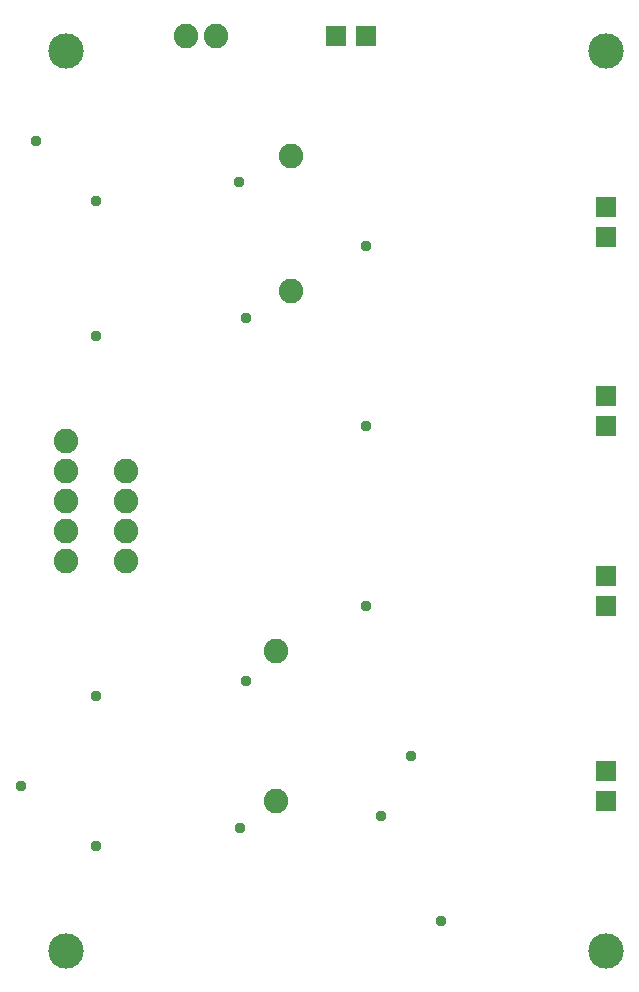
<source format=gbr>
G04 EAGLE Gerber RS-274X export*
G75*
%MOMM*%
%FSLAX34Y34*%
%LPD*%
%INSoldermask Bottom*%
%IPPOS*%
%AMOC8*
5,1,8,0,0,1.08239X$1,22.5*%
G01*
%ADD10C,3.003200*%
%ADD11C,2.082800*%
%ADD12R,1.727200X1.727200*%
%ADD13C,0.959600*%


D10*
X520700Y825500D03*
X63500Y825500D03*
X520700Y63500D03*
X63500Y63500D03*
D11*
X63500Y495300D03*
X63500Y469900D03*
X63500Y444500D03*
X63500Y419100D03*
X63500Y393700D03*
X114300Y444500D03*
X114300Y419100D03*
X114300Y393700D03*
X241300Y317500D03*
X241300Y190500D03*
D12*
X292100Y838200D03*
X317500Y838200D03*
D11*
X254000Y622300D03*
X254000Y736600D03*
D12*
X520700Y693420D03*
X520700Y668020D03*
X520700Y533400D03*
X520700Y508000D03*
X520700Y381000D03*
X520700Y355600D03*
X520700Y215900D03*
X520700Y190500D03*
D11*
X165100Y838200D03*
X114300Y469900D03*
X190500Y838200D03*
D13*
X38100Y749300D03*
X88900Y152400D03*
X210820Y167640D03*
X210185Y714375D03*
X88900Y698500D03*
X88900Y584200D03*
X330200Y177800D03*
X215900Y292100D03*
X88900Y279400D03*
X317500Y660400D03*
X215900Y599440D03*
X381000Y88900D03*
X317500Y355600D03*
X317500Y508000D03*
X355600Y228600D03*
X25400Y203200D03*
M02*

</source>
